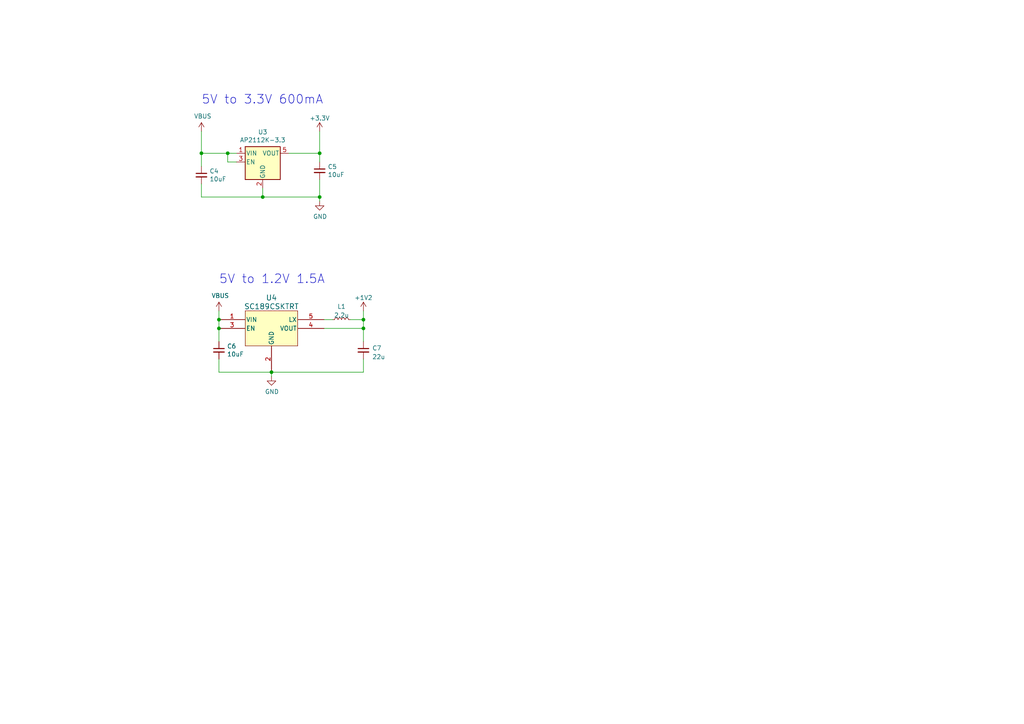
<source format=kicad_sch>
(kicad_sch (version 20230121) (generator eeschema)
  (paper "A4")
  (lib_symbols
    (symbol "Device:C_Small" (pin_numbers hide) (pin_names (offset 0.254) hide)
      (property "Reference" "C" (at 0.254 1.778 0))
      (property "Value" "C_Small" (at 0.254 -2.032 0))
      (symbol "C_Small_0_1"
        (polyline (pts (xy -1.524 -0.508) (xy 1.524 -0.508)) (stroke (width 0.3302)))
        (polyline (pts (xy -1.524 0.508) (xy 1.524 0.508)) (stroke (width 0.3048)))
      )
      (symbol "C_Small_1_1"
        (pin passive line (at 0 2.54 270) (length 2.032) (name "~") (number "1"))
        (pin passive line (at 0 -2.54 90) (length 2.032) (name "~") (number "2"))
      )
    )
    (symbol "Device:L_Small" (pin_numbers hide) (pin_names (offset 0.254) hide)
      (property "Reference" "L" (at 0.762 1.016 0))
      (property "Value" "L_Small" (at 0.762 -1.016 0))
      (symbol "L_Small_0_1"
        (arc (start 0 -2.032) (mid 0.5058 -1.524) (end 0 -1.016))
        (arc (start 0 -1.016) (mid 0.5058 -0.508) (end 0 0))
        (arc (start 0 0) (mid 0.5058 0.508) (end 0 1.016))
        (arc (start 0 1.016) (mid 0.5058 1.524) (end 0 2.032))
      )
      (symbol "L_Small_1_1"
        (pin passive line (at 0 2.54 270) (length 0.508) (name "~") (number "1"))
        (pin passive line (at 0 -2.54 90) (length 0.508) (name "~") (number "2"))
      )
    )
    (symbol "Regulator_Linear:AP2112K-3.3" (pin_names (offset 0.254))
      (property "Reference" "U" (at -5.08 5.715 0))
      (property "Value" "AP2112K-3.3" (at 0 5.715 0))
      (symbol "AP2112K-3.3_0_1"
        (rectangle (start -5.08 4.445) (end 5.08 -5.08) (stroke (width 0.254)) (fill (type background)))
      )
      (symbol "AP2112K-3.3_1_1"
        (pin power_in line (at -7.62 2.54 0) (length 2.54) (name "VIN") (number "1"))
        (pin power_in line (at 0 -7.62 90) (length 2.54) (name "GND") (number "2"))
        (pin input line (at -7.62 0 0) (length 2.54) (name "EN") (number "3"))
        (pin no_connect line (at 5.08 0 180) (length 2.54) hide (name "NC") (number "4"))
        (pin power_out line (at 7.62 2.54 180) (length 2.54) (name "VOUT") (number "5"))
      )
    )
    (symbol "SC189:SC189CSKTRT" (pin_names (offset 0.254))
      (property "Reference" "U" (at 20.32 10.16 0))
      (property "Value" "SC189CSKTRT" (at 20.32 7.62 0))
      (symbol "SC189CSKTRT_1_1"
        (rectangle (start 12.7 5.08) (end 27.94 -5.08) (fill (type background)))
        (pin power_in line (at 5.08 2.54 0) (length 7.62) (name "VIN") (number "1"))
        (pin power_in line (at 20.32 -12.7 90) (length 7.62) (name "GND") (number "2"))
        (pin input line (at 5.08 0 0) (length 7.62) (name "EN") (number "3"))
        (pin power_out line (at 35.56 0 180) (length 7.62) (name "VOUT") (number "4"))
        (pin power_out line (at 35.56 2.54 180) (length 7.62) (name "LX") (number "5"))
      )
    )
    (symbol "power:+1V2" (power) (pin_names (offset 0))
      (property "Value" "+1V2" (at 0 3.556 0))
      (symbol "+1V2_0_1"
        (polyline (pts (xy -0.762 1.27) (xy 0 2.54)))
        (polyline (pts (xy 0 0) (xy 0 2.54)))
        (polyline (pts (xy 0 2.54) (xy 0.762 1.27)))
      )
      (symbol "+1V2_1_1"
        (pin power_in line (at 0 0 90) (length 0) hide (name "+1V2") (number "1"))
      )
    )
    (symbol "power:+3.3V" (power) (pin_names (offset 0))
      (property "Value" "+3.3V" (at 0 3.556 0))
      (symbol "+3.3V_0_1"
        (polyline (pts (xy -0.762 1.27) (xy 0 2.54)))
        (polyline (pts (xy 0 0) (xy 0 2.54)))
        (polyline (pts (xy 0 2.54) (xy 0.762 1.27)))
      )
      (symbol "+3.3V_1_1"
        (pin power_in line (at 0 0 90) (length 0) hide (name "+3.3V") (number "1"))
      )
    )
    (symbol "power:GND" (power) (pin_names (offset 0))
      (property "Value" "GND" (at 0 -3.81 0))
      (symbol "GND_0_1"
        (polyline (pts (xy 0 0) (xy 0 -1.27) (xy 1.27 -1.27) (xy 0 -2.54) (xy -1.27 -1.27) (xy 0 -1.27)))
      )
      (symbol "GND_1_1"
        (pin power_in line (at 0 0 270) (length 0) hide (name "GND") (number "1"))
      )
    )
    (symbol "power:VBUS" (power) (pin_names (offset 0))
      (property "Value" "VBUS" (at 0 3.81 0))
      (symbol "VBUS_0_1"
        (polyline (pts (xy -0.762 1.27) (xy 0 2.54)))
        (polyline (pts (xy 0 0) (xy 0 2.54)))
        (polyline (pts (xy 0 2.54) (xy 0.762 1.27)))
      )
      (symbol "VBUS_1_1"
        (pin power_in line (at 0 0 90) (length 0) hide (name "VBUS") (number "1"))
      )
    )
  )
  (junction (at 105.41 92.71))
  (junction (at 66.04 44.45))
  (junction (at 105.41 95.25))
  (junction (at 78.74 107.95))
  (junction (at 58.42 44.45))
  (junction (at 63.5 95.25))
  (junction (at 63.5 92.71))
  (junction (at 92.71 57.15))
  (junction (at 92.71 44.45))
  (junction (at 76.2 57.15))
  (wire (pts (xy 58.42 48.26) (xy 58.42 44.45)))
  (wire (pts (xy 66.04 44.45) (xy 68.58 44.45)))
  (wire (pts (xy 105.41 104.14) (xy 105.41 107.95)))
  (wire (pts (xy 105.41 95.25) (xy 105.41 99.06)))
  (wire (pts (xy 63.5 95.25) (xy 63.5 99.06)))
  (wire (pts (xy 92.71 57.15) (xy 92.71 58.42)))
  (wire (pts (xy 63.5 92.71) (xy 63.5 95.25)))
  (wire (pts (xy 68.58 46.99) (xy 66.04 46.99)))
  (wire (pts (xy 105.41 107.95) (xy 78.74 107.95)))
  (wire (pts (xy 92.71 46.99) (xy 92.71 44.45)))
  (wire (pts (xy 58.42 57.15) (xy 76.2 57.15)))
  (wire (pts (xy 58.42 44.45) (xy 66.04 44.45)))
  (wire (pts (xy 58.42 53.34) (xy 58.42 57.15)))
  (wire (pts (xy 96.52 92.71) (xy 93.98 92.71)))
  (wire (pts (xy 76.2 57.15) (xy 92.71 57.15)))
  (wire (pts (xy 105.41 95.25) (xy 105.41 92.71)))
  (wire (pts (xy 92.71 38.1) (xy 92.71 44.45)))
  (wire (pts (xy 93.98 95.25) (xy 105.41 95.25)))
  (wire (pts (xy 83.82 44.45) (xy 92.71 44.45)))
  (wire (pts (xy 63.5 107.95) (xy 63.5 104.14)))
  (wire (pts (xy 76.2 54.61) (xy 76.2 57.15)))
  (wire (pts (xy 66.04 46.99) (xy 66.04 44.45)))
  (wire (pts (xy 101.6 92.71) (xy 105.41 92.71)))
  (wire (pts (xy 105.41 90.17) (xy 105.41 92.71)))
  (wire (pts (xy 92.71 52.07) (xy 92.71 57.15)))
  (wire (pts (xy 63.5 90.17) (xy 63.5 92.71)))
  (wire (pts (xy 78.74 107.95) (xy 63.5 107.95)))
  (wire (pts (xy 78.74 107.95) (xy 78.74 109.22)))
  (wire (pts (xy 58.42 38.1) (xy 58.42 44.45)))
  (text "5V to 3.3V 600mA" (at 58.42 30.48 0) (effects (font (size 2.54 2.54)) (justify left bottom)))
  (text "5V to 1.2V 1.5A" (at 63.5 82.55 0) (effects (font (size 2.54 2.54)) (justify left bottom)))
  (symbol (lib_id "Device:C_Small") (at 58.42 50.8 0) (unit 1)
    (property "Reference" "C4" (at 60.7568 49.6316 0) (effects (justify left)))
    (property "Value" "10uF" (at 60.7568 51.943 0) (effects (justify left)))
    (property "Footprint" "Capacitor_SMD:C_0805_2012Metric" (effects hide))
    (instances (project "framework_logic_analyzer" (path "" (reference "C4") (unit 1))) (project "Microcontroller" (path "" (reference "C5") (unit 1))))
  )
  (symbol (lib_id "power:VBUS") (at 58.42 38.1 0) (unit 1)
    (property "Reference" "#PWR012" (effects hide))
    (property "Value" "VBUS" (at 58.801 33.7058 0))
    (instances (project "framework_logic_analyzer" (path "" (reference "#PWR012") (unit 1))) (project "Microcontroller" (path "" (reference "#PWR019") (unit 1))))
  )
  (symbol (lib_id "Regulator_Linear:AP2112K-3.3") (at 76.2 46.99 0) (unit 1)
    (property "Reference" "U3" (at 76.2 38.3032 0))
    (property "Value" "AP2112K-3.3" (at 76.2 40.6146 0))
    (property "Footprint" "Package_TO_SOT_SMD:SOT-23-5" (effects hide))
    (property "Datasheet" "https://www.diodes.com/assets/Datasheets/AP2112.pdf" (effects hide))
    (property "lcsc" "C51118" (effects hide))
  )
  (symbol (lib_id "power:GND") (at 92.71 58.42 0) (unit 1)
    (property "Reference" "#PWR020" (effects hide))
    (property "Value" "GND" (at 92.837 62.8142 0))
    (instances (project "framework_logic_analyzer" (path "" (reference "#PWR020") (unit 1))) (project "Microcontroller" (path "" (reference "#PWR023") (unit 1))))
  )
  (symbol (lib_id "Device:C_Small") (at 92.71 49.53 0) (unit 1)
    (property "Reference" "C5" (at 95.0468 48.3616 0) (effects (justify left)))
    (property "Value" "10uF" (at 95.0468 50.673 0) (effects (justify left)))
    (property "Footprint" "Capacitor_SMD:C_0805_2012Metric" (effects hide))
    (instances (project "framework_logic_analyzer" (path "" (reference "C5") (unit 1))) (project "Microcontroller" (path "" (reference "C6") (unit 1))))
  )
  (symbol (lib_id "Device:C_Small") (at 105.41 101.6 0) (mirror y) (unit 1)
    (property "Reference" "C7" (at 107.95 100.9713 0) (effects (justify right)))
    (property "Value" "22u" (at 107.95 103.5113 0) (effects (justify right)))
    (property "Footprint" "Capacitor_SMD:C_0603_1608Metric" (effects hide))
  )
  (symbol (lib_id "power:+1V2") (at 105.41 90.17 0) (unit 1)
    (property "Reference" "#PWR025" (effects hide))
    (property "Value" "+1V2" (at 105.41 86.36 0))
  )
  (symbol (lib_id "power:+3.3V") (at 92.71 38.1 0) (unit 1)
    (property "Reference" "#PWR072" (effects hide))
    (property "Value" "+3.3V" (at 92.71 34.29 0))
  )
  (symbol (lib_id "Device:L_Small") (at 99.06 92.71 90) (unit 1)
    (property "Reference" "L1" (at 99.06 88.9 90))
    (property "Value" "2.2u" (at 99.06 91.44 90))
    (property "Footprint" "Inductor_SMD:L_1008_2520Metric" (effects hide))
    (property "lcsc" "C315721" (effects hide))
  )
  (symbol (lib_id "SC189:SC189CSKTRT") (at 58.42 95.25 0) (unit 1)
    (property "Reference" "U4" (at 78.74 86.36 0) (effects (font (size 1.524 1.524))))
    (property "Value" "SC189CSKTRT" (at 78.74 88.9 0) (effects (font (size 1.524 1.524))))
    (property "Footprint" "SOT_CSKTRT_SEM" (effects hide))
    (property "Datasheet" "SC189CSKTRT" (effects hide))
    (property "lcsc" "C2871822" (effects hide))
  )
  (symbol (lib_id "Device:C_Small") (at 63.5 101.6 0) (unit 1)
    (property "Reference" "C6" (at 65.8368 100.4316 0) (effects (justify left)))
    (property "Value" "10uF" (at 65.8368 102.743 0) (effects (justify left)))
    (property "Footprint" "Capacitor_SMD:C_0805_2012Metric" (effects hide))
    (instances (project "framework_logic_analyzer" (path "" (reference "C6") (unit 1))) (project "Microcontroller" (path "" (reference "C5") (unit 1))))
  )
  (symbol (lib_id "power:GND") (at 78.74 109.22 0) (unit 1)
    (property "Reference" "#PWR024" (effects hide))
    (property "Value" "GND" (at 78.867 113.6142 0))
    (instances (project "framework_logic_analyzer" (path "" (reference "#PWR024") (unit 1))) (project "Microcontroller" (path "" (reference "#PWR023") (unit 1))))
  )
  (symbol (lib_id "power:VBUS") (at 63.5 90.17 0) (unit 1)
    (property "Reference" "#PWR021" (effects hide))
    (property "Value" "VBUS" (at 63.881 85.7758 0))
    (instances (project "framework_logic_analyzer" (path "" (reference "#PWR021") (unit 1))) (project "Microcontroller" (path "" (reference "#PWR019") (unit 1))))
  )
)
</source>
